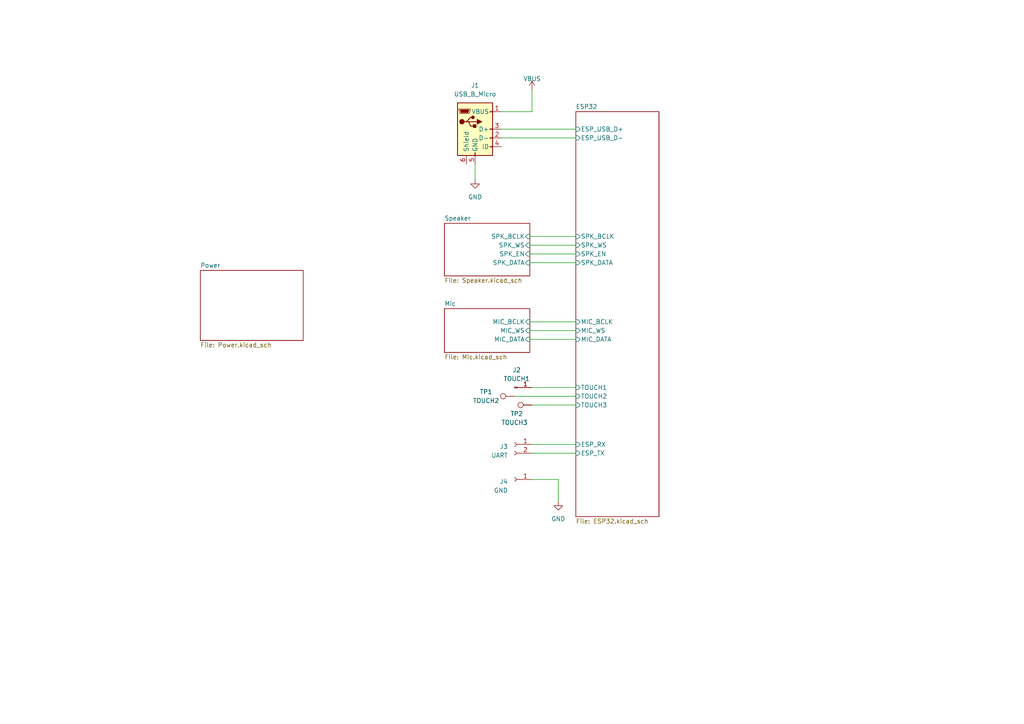
<source format=kicad_sch>
(kicad_sch (version 20230121) (generator eeschema)
  (paper "A4")
  (title_block (title "Combadge") (rev "1"))
  (lib_symbols
    (symbol "Connector:Conn_01x01_Male" (pin_names (offset 1.016) hide)
      (property "Reference" "J" (at 0 2.54 0))
      (property "Value" "Conn_01x01_Male" (at 0 -2.54 0))
      (symbol "Conn_01x01_Male_1_1"
        (polyline (pts (xy 1.27 0) (xy 0.8636 0)) (stroke (width 0.1524)))
        (rectangle (start 0.8636 0.127) (end 0 -0.127) (stroke (width 0.1524)) (fill (type outline)))
        (pin passive line (at 5.08 0 180) (length 3.81) (name "Pin_1") (number "1"))
      )
    )
    (symbol "Connector:Conn_01x01_Socket" (pin_names (offset 1.016) hide)
      (property "Reference" "J" (at 0 2.54 0))
      (property "Value" "Conn_01x01_Socket" (at 0 -2.54 0))
      (symbol "Conn_01x01_Socket_1_1"
        (polyline (pts (xy -1.27 0) (xy -0.508 0)) (stroke (width 0.1524)))
        (arc (start 0 0.508) (mid -0.5058 0) (end 0 -0.508) (stroke (width 0.1524)))
        (pin passive line (at -5.08 0 0) (length 3.81) (name "Pin_1") (number "1"))
      )
    )
    (symbol "Connector:Conn_01x02_Socket" (pin_names (offset 1.016) hide)
      (property "Reference" "J" (at 0 2.54 0))
      (property "Value" "Conn_01x02_Socket" (at 0 -5.08 0))
      (symbol "Conn_01x02_Socket_1_1"
        (arc (start 0 -2.032) (mid -0.5058 -2.54) (end 0 -3.048) (stroke (width 0.1524)))
        (polyline (pts (xy -1.27 -2.54) (xy -0.508 -2.54)) (stroke (width 0.1524)))
        (polyline (pts (xy -1.27 0) (xy -0.508 0)) (stroke (width 0.1524)))
        (arc (start 0 0.508) (mid -0.5058 0) (end 0 -0.508) (stroke (width 0.1524)))
        (pin passive line (at -5.08 0 0) (length 3.81) (name "Pin_1") (number "1"))
        (pin passive line (at -5.08 -2.54 0) (length 3.81) (name "Pin_2") (number "2"))
      )
    )
    (symbol "Connector:TestPoint" (pin_numbers hide) (pin_names (offset 0.762) hide)
      (property "Reference" "TP" (at 0 6.858 0))
      (property "Value" "TestPoint" (at 0 5.08 0))
      (symbol "TestPoint_0_1"
        (circle (center 0 3.302) (radius 0.762))
      )
      (symbol "TestPoint_1_1"
        (pin passive line (at 0 0 90) (length 2.54) (name "1") (number "1"))
      )
    )
    (symbol "Connector:USB_B_Micro" (pin_names (offset 1.016))
      (property "Reference" "J" (at -5.08 11.43 0))
      (property "Value" "USB_B_Micro" (at -5.08 8.89 0))
      (symbol "USB_B_Micro_0_1"
        (rectangle (start -5.08 -7.62) (end 5.08 7.62) (stroke (width 0.254)) (fill (type background)))
        (circle (center -3.81 2.159) (radius 0.635) (stroke (width 0.254)) (fill (type outline)))
        (circle (center -0.635 3.429) (radius 0.381) (stroke (width 0.254)) (fill (type outline)))
        (rectangle (start -0.127 -7.62) (end 0.127 -6.858))
        (polyline (pts (xy -1.905 2.159) (xy 0.635 2.159)) (stroke (width 0.254)))
        (polyline (pts (xy -3.175 2.159) (xy -2.54 2.159) (xy -1.27 3.429) (xy -0.635 3.429)) (stroke (width 0.254)))
        (polyline (pts (xy -2.54 2.159) (xy -1.905 2.159) (xy -1.27 0.889) (xy 0 0.889)) (stroke (width 0.254)))
        (polyline (pts (xy 0.635 2.794) (xy 0.635 1.524) (xy 1.905 2.159) (xy 0.635 2.794)) (stroke (width 0.254)) (fill (type outline)))
        (polyline (pts (xy -4.318 5.588) (xy -1.778 5.588) (xy -2.032 4.826) (xy -4.064 4.826) (xy -4.318 5.588)) (fill (type outline)))
        (polyline (pts (xy -4.699 5.842) (xy -4.699 5.588) (xy -4.445 4.826) (xy -4.445 4.572) (xy -1.651 4.572) (xy -1.651 4.826) (xy -1.397 5.588) (xy -1.397 5.842) (xy -4.699 5.842)))
        (rectangle (start 0.254 1.27) (end -0.508 0.508) (stroke (width 0.254)) (fill (type outline)))
        (rectangle (start 5.08 -5.207) (end 4.318 -4.953))
        (rectangle (start 5.08 -2.667) (end 4.318 -2.413))
        (rectangle (start 5.08 -0.127) (end 4.318 0.127))
        (rectangle (start 5.08 4.953) (end 4.318 5.207))
      )
      (symbol "USB_B_Micro_1_1"
        (pin power_out line (at 7.62 5.08 180) (length 2.54) (name "VBUS") (number "1"))
        (pin bidirectional line (at 7.62 -2.54 180) (length 2.54) (name "D-") (number "2"))
        (pin bidirectional line (at 7.62 0 180) (length 2.54) (name "D+") (number "3"))
        (pin passive line (at 7.62 -5.08 180) (length 2.54) (name "ID") (number "4"))
        (pin power_out line (at 0 -10.16 90) (length 2.54) (name "GND") (number "5"))
        (pin passive line (at -2.54 -10.16 90) (length 2.54) (name "Shield") (number "6"))
      )
    )
    (symbol "power:GND" (power) (pin_names (offset 0))
      (property "Value" "GND" (at 0 -3.81 0))
      (symbol "GND_0_1"
        (polyline (pts (xy 0 0) (xy 0 -1.27) (xy 1.27 -1.27) (xy 0 -2.54) (xy -1.27 -1.27) (xy 0 -1.27)))
      )
      (symbol "GND_1_1"
        (pin power_in line (at 0 0 270) (length 0) hide (name "GND") (number "1"))
      )
    )
    (symbol "power:VBUS" (power) (pin_names (offset 0))
      (property "Value" "VBUS" (at 0 3.81 0))
      (symbol "VBUS_0_1"
        (polyline (pts (xy -0.762 1.27) (xy 0 2.54)))
        (polyline (pts (xy 0 0) (xy 0 2.54)))
        (polyline (pts (xy 0 2.54) (xy 0.762 1.27)))
      )
      (symbol "VBUS_1_1"
        (pin power_in line (at 0 0 90) (length 0) hide (name "VBUS") (number "1"))
      )
    )
  )
  (wire (pts (xy 145.415 40.005) (xy 167.005 40.005)))
  (wire (pts (xy 154.305 112.395) (xy 167.005 112.395)))
  (wire (pts (xy 153.67 76.2) (xy 167.005 76.2)))
  (wire (pts (xy 153.67 93.345) (xy 167.005 93.345)))
  (wire (pts (xy 154.305 32.385) (xy 154.305 26.035)))
  (wire (pts (xy 153.67 98.425) (xy 167.005 98.425)))
  (wire (pts (xy 153.67 68.58) (xy 167.005 68.58)))
  (wire (pts (xy 154.305 117.475) (xy 167.005 117.475)))
  (wire (pts (xy 149.225 114.935) (xy 167.005 114.935)))
  (wire (pts (xy 154.305 131.445) (xy 167.005 131.445)))
  (wire (pts (xy 153.67 71.12) (xy 167.005 71.12)))
  (wire (pts (xy 145.415 32.385) (xy 154.305 32.385)))
  (wire (pts (xy 137.795 47.625) (xy 137.795 52.07)))
  (wire (pts (xy 145.415 37.465) (xy 167.005 37.465)))
  (wire (pts (xy 161.925 139.065) (xy 161.925 145.415)))
  (wire (pts (xy 153.67 73.66) (xy 167.005 73.66)))
  (wire (pts (xy 153.67 95.885) (xy 167.005 95.885)))
  (wire (pts (xy 154.305 139.065) (xy 161.925 139.065)))
  (wire (pts (xy 154.305 128.905) (xy 167.005 128.905)))
  (symbol (lib_id "Connector:Conn_01x02_Socket") (at 149.225 128.905 0) (mirror y) (unit 1) (in_bom no)
    (property "Reference" "J3" (at 147.32 129.54 0) (effects (justify left)))
    (property "Value" "UART" (at 147.32 132.08 0) (effects (justify left)))
    (property "Footprint" "Connector_PinHeader_2.54mm:PinHeader_1x02_P2.54mm_Vertical" (effects hide))
  )
  (symbol (lib_id "power:VBUS") (at 154.305 26.035 0) (unit 1)
    (property "Reference" "#PWR02" (effects hide))
    (property "Value" "VBUS" (at 154.305 22.86 0))
  )
  (symbol (lib_id "power:GND") (at 161.925 145.415 0) (unit 1)
    (property "Reference" "#PWR03" (effects hide))
    (property "Value" "GND" (at 161.925 150.495 0))
  )
  (symbol (lib_id "Connector:Conn_01x01_Male") (at 149.225 112.395 0) (mirror x) (unit 1) (in_bom no)
    (property "Reference" "J2" (at 149.86 107.315 0))
    (property "Value" "TOUCH1" (at 149.86 109.855 0))
    (property "Footprint" "Connector_PinHeader_2.54mm:PinHeader_1x01_P2.54mm_Vertical" (effects hide))
  )
  (symbol (lib_id "Connector:TestPoint") (at 154.305 117.475 90) (unit 1) (in_bom no)
    (property "Reference" "TP2" (at 149.86 120.015 90))
    (property "Value" "TOUCH3" (at 149.225 122.555 90))
    (property "Footprint" "TestPoint:TestPoint_Pad_D1.5mm" (effects hide))
  )
  (symbol (lib_id "Connector:Conn_01x01_Socket") (at 149.225 139.065 0) (mirror y) (unit 1) (in_bom no)
    (property "Reference" "J4" (at 147.32 139.7 0) (effects (justify left)))
    (property "Value" "GND" (at 147.32 142.24 0) (effects (justify left)))
    (property "Footprint" "Connector_PinHeader_2.54mm:PinHeader_1x01_P2.54mm_Vertical" (effects hide))
  )
  (symbol (lib_id "Connector:USB_B_Micro") (at 137.795 37.465 0) (unit 1)
    (property "Reference" "J1" (at 137.795 24.765 0))
    (property "Value" "USB_B_Micro" (at 137.795 27.305 0))
    (property "Footprint" "Connector_USB:USB_Micro-B_Amphenol_10118194_Horizontal" (effects hide))
  )
  (symbol (lib_id "Connector:TestPoint") (at 149.225 114.935 90) (unit 1) (in_bom no)
    (property "Reference" "TP1" (at 140.97 113.665 90))
    (property "Value" "TOUCH2" (at 140.97 116.205 90))
    (property "Footprint" "TestPoint:TestPoint_Pad_D1.5mm" (effects hide))
  )
  (symbol (lib_id "power:GND") (at 137.795 52.07 0) (unit 1)
    (property "Reference" "#PWR01" (effects hide))
    (property "Value" "GND" (at 137.795 57.15 0))
  )
  (sheet (at 58.1025 78.4225) (size 29.845 20.32) (stroke (width 0.1524))
    (property "Sheetname" "Power" (at 58.1025 77.7109 0) (effects (justify left bottom)))
    (property "Sheetfile" "Power.kicad_sch" (at 58.1025 99.3271 0) (effects (justify left top)))
  )
  (sheet (at 128.905 64.77) (size 24.765 15.24) (stroke (width 0.1524))
    (property "Sheetname" "Speaker" (at 128.905 64.0584 0) (effects (justify left bottom)))
    (property "Sheetfile" "Speaker.kicad_sch" (at 128.905 80.5946 0) (effects (justify left top)))
    (pin "SPK_WS" input (at 153.67 71.12 0))
    (pin "SPK_BCLK" input (at 153.67 68.58 0))
    (pin "SPK_DATA" input (at 153.67 76.2 0))
    (pin "SPK_EN" input (at 153.67 73.66 0))
  )
  (sheet (at 128.905 89.535) (size 24.765 12.7) (stroke (width 0.1524))
    (property "Sheetname" "Mic" (at 128.905 88.8234 0) (effects (justify left bottom)))
    (property "Sheetfile" "Mic.kicad_sch" (at 128.905 102.8196 0) (effects (justify left top)))
    (pin "MIC_DATA" input (at 153.67 98.425 0))
    (pin "MIC_BCLK" input (at 153.67 93.345 0))
    (pin "MIC_WS" input (at 153.67 95.885 0))
  )
  (sheet (at 167.005 32.385) (size 24.13 117.475) (stroke (width 0.1524))
    (property "Sheetname" "ESP32" (at 167.005 31.6734 0) (effects (justify left bottom)))
    (property "Sheetfile" "ESP32.kicad_sch" (at 167.005 150.4446 0) (effects (justify left top)))
    (pin "SPK_WS" input (at 167.005 71.12 180))
    (pin "SPK_BCLK" input (at 167.005 68.58 180))
    (pin "TOUCH1" input (at 167.005 112.395 180))
    (pin "SPK_EN" input (at 167.005 73.66 180))
    (pin "MIC_BCLK" input (at 167.005 93.345 180))
    (pin "SPK_DATA" input (at 167.005 76.2 180))
    (pin "MIC_WS" input (at 167.005 95.885 180))
    (pin "MIC_DATA" input (at 167.005 98.425 180))
    (pin "ESP_TX" input (at 167.005 131.445 180))
    (pin "ESP_RX" input (at 167.005 128.905 180))
    (pin "ESP_USB_D+" input (at 167.005 37.465 180))
    (pin "ESP_USB_D-" input (at 167.005 40.005 180))
    (pin "TOUCH2" input (at 167.005 114.935 180))
    (pin "TOUCH3" input (at 167.005 117.475 180))
  )
)
</source>
